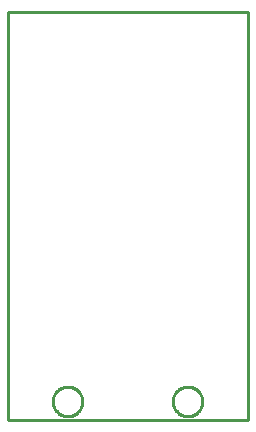
<source format=gbr>
G04 EAGLE Gerber RS-274X export*
G75*
%MOMM*%
%FSLAX34Y34*%
%LPD*%
%IN*%
%IPPOS*%
%AMOC8*
5,1,8,0,0,1.08239X$1,22.5*%
G01*
%ADD10C,0.254000*%


D10*
X0Y-3175D02*
X203710Y-3175D01*
X203710Y342800D01*
X0Y342800D01*
X0Y-3175D01*
X63300Y12209D02*
X63223Y11230D01*
X63069Y10260D01*
X62840Y9304D01*
X62536Y8370D01*
X62161Y7463D01*
X61715Y6588D01*
X61201Y5750D01*
X60624Y4955D01*
X59986Y4208D01*
X59292Y3514D01*
X58545Y2876D01*
X57750Y2299D01*
X56912Y1785D01*
X56037Y1339D01*
X55130Y964D01*
X54196Y660D01*
X53241Y431D01*
X52270Y277D01*
X51291Y200D01*
X50309Y200D01*
X49330Y277D01*
X48360Y431D01*
X47404Y660D01*
X46470Y964D01*
X45563Y1339D01*
X44688Y1785D01*
X43850Y2299D01*
X43055Y2876D01*
X42308Y3514D01*
X41614Y4208D01*
X40976Y4955D01*
X40399Y5750D01*
X39885Y6588D01*
X39439Y7463D01*
X39064Y8370D01*
X38760Y9304D01*
X38531Y10260D01*
X38377Y11230D01*
X38300Y12209D01*
X38300Y13191D01*
X38377Y14170D01*
X38531Y15141D01*
X38760Y16096D01*
X39064Y17030D01*
X39439Y17937D01*
X39885Y18812D01*
X40399Y19650D01*
X40976Y20445D01*
X41614Y21192D01*
X42308Y21886D01*
X43055Y22524D01*
X43850Y23101D01*
X44688Y23615D01*
X45563Y24061D01*
X46470Y24436D01*
X47404Y24740D01*
X48360Y24969D01*
X49330Y25123D01*
X50309Y25200D01*
X51291Y25200D01*
X52270Y25123D01*
X53241Y24969D01*
X54196Y24740D01*
X55130Y24436D01*
X56037Y24061D01*
X56912Y23615D01*
X57750Y23101D01*
X58545Y22524D01*
X59292Y21886D01*
X59986Y21192D01*
X60624Y20445D01*
X61201Y19650D01*
X61715Y18812D01*
X62161Y17937D01*
X62536Y17030D01*
X62840Y16096D01*
X63069Y15141D01*
X63223Y14170D01*
X63300Y13191D01*
X63300Y12209D01*
X164900Y12209D02*
X164823Y11230D01*
X164669Y10260D01*
X164440Y9304D01*
X164136Y8370D01*
X163761Y7463D01*
X163315Y6588D01*
X162801Y5750D01*
X162224Y4955D01*
X161586Y4208D01*
X160892Y3514D01*
X160145Y2876D01*
X159350Y2299D01*
X158512Y1785D01*
X157637Y1339D01*
X156730Y964D01*
X155796Y660D01*
X154841Y431D01*
X153870Y277D01*
X152891Y200D01*
X151909Y200D01*
X150930Y277D01*
X149960Y431D01*
X149004Y660D01*
X148070Y964D01*
X147163Y1339D01*
X146288Y1785D01*
X145450Y2299D01*
X144655Y2876D01*
X143908Y3514D01*
X143214Y4208D01*
X142576Y4955D01*
X141999Y5750D01*
X141485Y6588D01*
X141039Y7463D01*
X140664Y8370D01*
X140360Y9304D01*
X140131Y10260D01*
X139977Y11230D01*
X139900Y12209D01*
X139900Y13191D01*
X139977Y14170D01*
X140131Y15141D01*
X140360Y16096D01*
X140664Y17030D01*
X141039Y17937D01*
X141485Y18812D01*
X141999Y19650D01*
X142576Y20445D01*
X143214Y21192D01*
X143908Y21886D01*
X144655Y22524D01*
X145450Y23101D01*
X146288Y23615D01*
X147163Y24061D01*
X148070Y24436D01*
X149004Y24740D01*
X149960Y24969D01*
X150930Y25123D01*
X151909Y25200D01*
X152891Y25200D01*
X153870Y25123D01*
X154841Y24969D01*
X155796Y24740D01*
X156730Y24436D01*
X157637Y24061D01*
X158512Y23615D01*
X159350Y23101D01*
X160145Y22524D01*
X160892Y21886D01*
X161586Y21192D01*
X162224Y20445D01*
X162801Y19650D01*
X163315Y18812D01*
X163761Y17937D01*
X164136Y17030D01*
X164440Y16096D01*
X164669Y15141D01*
X164823Y14170D01*
X164900Y13191D01*
X164900Y12209D01*
M02*

</source>
